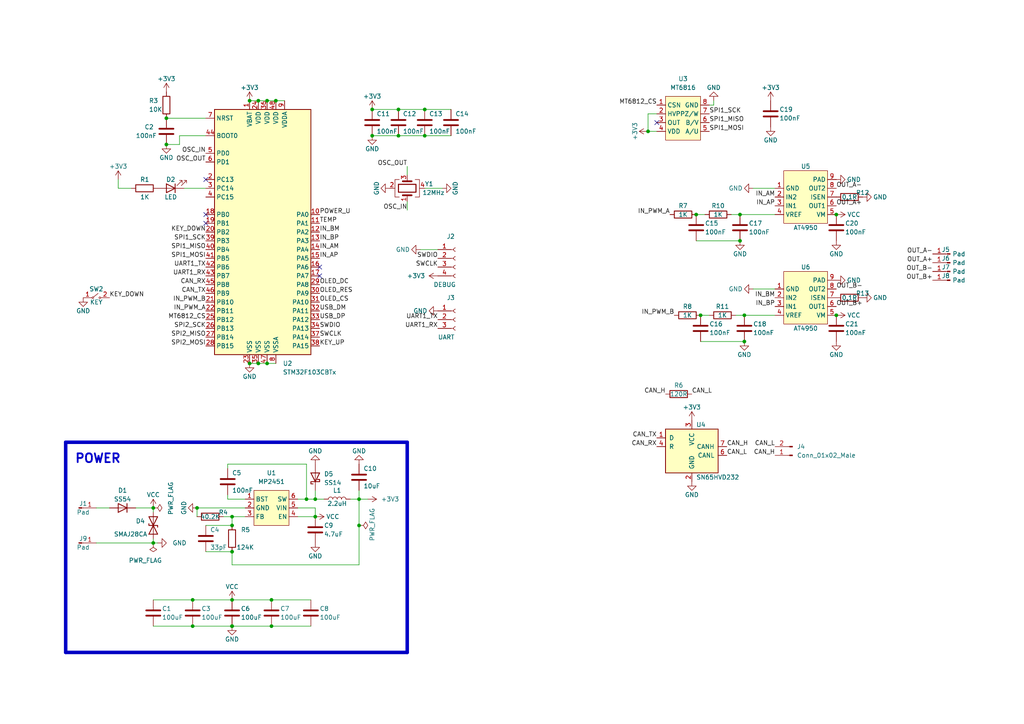
<source format=kicad_sch>
(kicad_sch (version 20230121) (generator eeschema)
  (paper "A4")
  (lib_symbols
    (symbol "Connector:Conn_01x01_Pin" (pin_names (offset 1.016) hide)
      (property "Reference" "J" (at 0 2.54 0))
      (property "Value" "Conn_01x01_Pin" (at 0 -2.54 0))
      (symbol "Conn_01x01_Pin_1_1"
        (polyline (pts (xy 1.27 0) (xy 0.8636 0)) (stroke (width 0.1524)))
        (rectangle (start 0.8636 0.127) (end 0 -0.127) (stroke (width 0.1524)) (fill (type outline)))
        (pin passive line (at 5.08 0 180) (length 3.81) (name "Pin_1") (number "1"))
      )
    )
    (symbol "Connector:Conn_01x02_Male" (pin_names (offset 1.016) hide)
      (property "Reference" "J" (at 0 2.54 0))
      (property "Value" "Conn_01x02_Male" (at 0 -5.08 0))
      (symbol "Conn_01x02_Male_1_1"
        (polyline (pts (xy 1.27 -2.54) (xy 0.8636 -2.54)) (stroke (width 0.1524)))
        (polyline (pts (xy 1.27 0) (xy 0.8636 0)) (stroke (width 0.1524)))
        (rectangle (start 0.8636 -2.413) (end 0 -2.667) (stroke (width 0.1524)) (fill (type outline)))
        (rectangle (start 0.8636 0.127) (end 0 -0.127) (stroke (width 0.1524)) (fill (type outline)))
        (pin passive line (at 5.08 0 180) (length 3.81) (name "Pin_1") (number "1"))
        (pin passive line (at 5.08 -2.54 180) (length 3.81) (name "Pin_2") (number "2"))
      )
    )
    (symbol "Connector:Conn_01x03_Female" (pin_names (offset 1.016) hide)
      (property "Reference" "J" (at 0 5.08 0))
      (property "Value" "Conn_01x03_Female" (at 0 -5.08 0))
      (symbol "Conn_01x03_Female_1_1"
        (arc (start 0 -2.032) (mid -0.5058 -2.54) (end 0 -3.048) (stroke (width 0.1524)))
        (polyline (pts (xy -1.27 -2.54) (xy -0.508 -2.54)) (stroke (width 0.1524)))
        (polyline (pts (xy -1.27 0) (xy -0.508 0)) (stroke (width 0.1524)))
        (polyline (pts (xy -1.27 2.54) (xy -0.508 2.54)) (stroke (width 0.1524)))
        (arc (start 0 0.508) (mid -0.5058 0) (end 0 -0.508) (stroke (width 0.1524)))
        (arc (start 0 3.048) (mid -0.5058 2.54) (end 0 2.032) (stroke (width 0.1524)))
        (pin passive line (at -5.08 2.54 0) (length 3.81) (name "Pin_1") (number "1"))
        (pin passive line (at -5.08 0 0) (length 3.81) (name "Pin_2") (number "2"))
        (pin passive line (at -5.08 -2.54 0) (length 3.81) (name "Pin_3") (number "3"))
      )
    )
    (symbol "Connector:Conn_01x04_Female" (pin_names (offset 1.016) hide)
      (property "Reference" "J" (at 0 5.08 0))
      (property "Value" "Conn_01x04_Female" (at 0 -7.62 0))
      (symbol "Conn_01x04_Female_1_1"
        (arc (start 0 -4.572) (mid -0.5058 -5.08) (end 0 -5.588) (stroke (width 0.1524)))
        (arc (start 0 -2.032) (mid -0.5058 -2.54) (end 0 -3.048) (stroke (width 0.1524)))
        (polyline (pts (xy -1.27 -5.08) (xy -0.508 -5.08)) (stroke (width 0.1524)))
        (polyline (pts (xy -1.27 -2.54) (xy -0.508 -2.54)) (stroke (width 0.1524)))
        (polyline (pts (xy -1.27 0) (xy -0.508 0)) (stroke (width 0.1524)))
        (polyline (pts (xy -1.27 2.54) (xy -0.508 2.54)) (stroke (width 0.1524)))
        (arc (start 0 0.508) (mid -0.5058 0) (end 0 -0.508) (stroke (width 0.1524)))
        (arc (start 0 3.048) (mid -0.5058 2.54) (end 0 2.032) (stroke (width 0.1524)))
        (pin passive line (at -5.08 2.54 0) (length 3.81) (name "Pin_1") (number "1"))
        (pin passive line (at -5.08 0 0) (length 3.81) (name "Pin_2") (number "2"))
        (pin passive line (at -5.08 -2.54 0) (length 3.81) (name "Pin_3") (number "3"))
        (pin passive line (at -5.08 -5.08 0) (length 3.81) (name "Pin_4") (number "4"))
      )
    )
    (symbol "Del_Schlib:AT4950"
      (property "Reference" "U" (at 0 1.27 0))
      (property "Value" "AT4950" (at 8.89 1.27 0))
      (symbol "AT4950_0_1"
        (rectangle (start 0 0) (end 12.7 -15.24) (fill (type background)))
      )
      (symbol "AT4950_1_1"
        (pin power_in line (at -2.54 -5.08 0) (length 2.54) (name "GND") (number "1"))
        (pin input line (at -2.54 -7.62 0) (length 2.54) (name "IN2") (number "2"))
        (pin input line (at -2.54 -10.16 0) (length 2.54) (name "IN1") (number "3"))
        (pin input line (at -2.54 -12.7 0) (length 2.54) (name "VREF") (number "4"))
        (pin power_in line (at 15.24 -12.7 180) (length 2.54) (name "VM") (number "5"))
        (pin output line (at 15.24 -10.16 180) (length 2.54) (name "OUT1") (number "6"))
        (pin output line (at 15.24 -7.62 180) (length 2.54) (name "ISEN") (number "7"))
        (pin output line (at 15.24 -5.08 180) (length 2.54) (name "OUT2") (number "8"))
        (pin power_in line (at 15.24 -2.54 180) (length 2.54) (name "PAD") (number "9"))
      )
    )
    (symbol "Del_Schlib:KEY" (pin_names hide)
      (property "Reference" "SW" (at -1.27 1.27 0))
      (property "Value" "KEY" (at 3.81 1.27 0))
      (symbol "KEY_0_1"
        (polyline (pts (xy 0.508 0.254) (xy 1.778 1.27)))
        (circle (center 0.254 0) (radius 0.254))
        (circle (center 2.286 0) (radius 0.254))
      )
      (symbol "KEY_1_1"
        (pin passive line (at -2.54 0 0) (length 2.54) (name "A") (number "1"))
        (pin passive line (at 5.08 0 180) (length 2.54) (name "B") (number "2"))
      )
    )
    (symbol "Del_Schlib:MP2451"
      (property "Reference" "U" (at 0 1.27 0))
      (property "Value" "MP2451" (at 6.35 1.27 0))
      (symbol "MP2451_0_1"
        (rectangle (start 0 0) (end 10.16 -10.16) (fill (type background)))
      )
      (symbol "MP2451_1_1"
        (pin bidirectional line (at -2.54 -2.54 0) (length 2.54) (name "BST") (number "1"))
        (pin power_in line (at -2.54 -5.08 0) (length 2.54) (name "GND") (number "2"))
        (pin bidirectional line (at -2.54 -7.62 0) (length 2.54) (name "FB") (number "3"))
        (pin bidirectional line (at 12.7 -7.62 180) (length 2.54) (name "EN") (number "4"))
        (pin power_in line (at 12.7 -5.08 180) (length 2.54) (name "VIN") (number "5"))
        (pin bidirectional line (at 12.7 -2.54 180) (length 2.54) (name "SW") (number "6"))
      )
    )
    (symbol "Del_Schlib:MT6816"
      (property "Reference" "U" (at 0 1.27 0))
      (property "Value" "MT6816" (at 7.62 1.27 0))
      (symbol "MT6816_0_1"
        (rectangle (start 0 0) (end 10.16 -12.7) (fill (type background)))
      )
      (symbol "MT6816_1_1"
        (pin input line (at -2.54 -2.54 0) (length 2.54) (name "CSN") (number "1"))
        (pin power_in line (at -2.54 -5.08 0) (length 2.54) (name "HVPP") (number "2"))
        (pin output line (at -2.54 -7.62 0) (length 2.54) (name "OUT") (number "3"))
        (pin power_in line (at -2.54 -10.16 0) (length 2.54) (name "VDD") (number "4"))
        (pin bidirectional line (at 12.7 -10.16 180) (length 2.54) (name "A/U") (number "5"))
        (pin bidirectional line (at 12.7 -7.62 180) (length 2.54) (name "B/V") (number "6"))
        (pin bidirectional line (at 12.7 -5.08 180) (length 2.54) (name "Z/W") (number "7"))
        (pin power_in line (at 12.7 -2.54 180) (length 2.54) (name "GND") (number "8"))
      )
    )
    (symbol "Device:C" (pin_numbers hide) (pin_names (offset 0.254))
      (property "Reference" "C" (at 0.635 2.54 0))
      (property "Value" "C" (at 0.635 -2.54 0))
      (symbol "C_0_1"
        (polyline (pts (xy -2.032 -0.762) (xy 2.032 -0.762)) (stroke (width 0.508)))
        (polyline (pts (xy -2.032 0.762) (xy 2.032 0.762)) (stroke (width 0.508)))
      )
      (symbol "C_1_1"
        (pin passive line (at 0 3.81 270) (length 2.794) (name "~") (number "1"))
        (pin passive line (at 0 -3.81 90) (length 2.794) (name "~") (number "2"))
      )
    )
    (symbol "Device:Crystal_GND24" (pin_names (offset 1.016) hide)
      (property "Reference" "Y" (at 3.175 5.08 0))
      (property "Value" "Crystal_GND24" (at 3.175 3.175 0))
      (symbol "Crystal_GND24_0_1"
        (rectangle (start -1.143 2.54) (end 1.143 -2.54) (stroke (width 0.3048)))
        (polyline (pts (xy -2.54 0) (xy -2.032 0)))
        (polyline (pts (xy -2.032 -1.27) (xy -2.032 1.27)) (stroke (width 0.508)))
        (polyline (pts (xy 0 -3.81) (xy 0 -3.556)))
        (polyline (pts (xy 0 3.556) (xy 0 3.81)))
        (polyline (pts (xy 2.032 -1.27) (xy 2.032 1.27)) (stroke (width 0.508)))
        (polyline (pts (xy 2.032 0) (xy 2.54 0)))
        (polyline (pts (xy -2.54 -2.286) (xy -2.54 -3.556) (xy 2.54 -3.556) (xy 2.54 -2.286)))
        (polyline (pts (xy -2.54 2.286) (xy -2.54 3.556) (xy 2.54 3.556) (xy 2.54 2.286)))
      )
      (symbol "Crystal_GND24_1_1"
        (pin passive line (at -3.81 0 0) (length 1.27) (name "1") (number "1"))
        (pin passive line (at 0 5.08 270) (length 1.27) (name "2") (number "2"))
        (pin passive line (at 3.81 0 180) (length 1.27) (name "3") (number "3"))
        (pin passive line (at 0 -5.08 90) (length 1.27) (name "4") (number "4"))
      )
    )
    (symbol "Device:D" (pin_numbers hide) (pin_names (offset 1.016) hide)
      (property "Reference" "D" (at 0 2.54 0))
      (property "Value" "D" (at 0 -2.54 0))
      (symbol "D_0_1"
        (polyline (pts (xy -1.27 1.27) (xy -1.27 -1.27)) (stroke (width 0.254)))
        (polyline (pts (xy 1.27 0) (xy -1.27 0)))
        (polyline (pts (xy 1.27 1.27) (xy 1.27 -1.27) (xy -1.27 0) (xy 1.27 1.27)) (stroke (width 0.254)))
      )
      (symbol "D_1_1"
        (pin passive line (at -3.81 0 0) (length 2.54) (name "K") (number "1"))
        (pin passive line (at 3.81 0 180) (length 2.54) (name "A") (number "2"))
      )
    )
    (symbol "Device:D_Schottky" (pin_numbers hide) (pin_names (offset 1.016) hide)
      (property "Reference" "D" (at 0 2.54 0))
      (property "Value" "D_Schottky" (at 0 -2.54 0))
      (symbol "D_Schottky_0_1"
        (polyline (pts (xy 1.27 0) (xy -1.27 0)))
        (polyline (pts (xy 1.27 1.27) (xy 1.27 -1.27) (xy -1.27 0) (xy 1.27 1.27)) (stroke (width 0.254)))
        (polyline (pts (xy -1.905 0.635) (xy -1.905 1.27) (xy -1.27 1.27) (xy -1.27 -1.27) (xy -0.635 -1.27) (xy -0.635 -0.635)) (stroke (width 0.254)))
      )
      (symbol "D_Schottky_1_1"
        (pin passive line (at -3.81 0 0) (length 2.54) (name "K") (number "1"))
        (pin passive line (at 3.81 0 180) (length 2.54) (name "A") (number "2"))
      )
    )
    (symbol "Device:D_TVS" (pin_numbers hide) (pin_names (offset 1.016) hide)
      (property "Reference" "D" (at 0 2.54 0))
      (property "Value" "D_TVS" (at 0 -2.54 0))
      (symbol "D_TVS_0_1"
        (polyline (pts (xy 1.27 0) (xy -1.27 0)))
        (polyline (pts (xy 0.508 1.27) (xy 0 1.27) (xy 0 -1.27) (xy -0.508 -1.27)) (stroke (width 0.254)))
        (polyline (pts (xy -2.54 1.27) (xy -2.54 -1.27) (xy 2.54 1.27) (xy 2.54 -1.27) (xy -2.54 1.27)) (stroke (width 0.254)))
      )
      (symbol "D_TVS_1_1"
        (pin passive line (at -3.81 0 0) (length 2.54) (name "A1") (number "1"))
        (pin passive line (at 3.81 0 180) (length 2.54) (name "A2") (number "2"))
      )
    )
    (symbol "Device:L" (pin_numbers hide) (pin_names (offset 1.016) hide)
      (property "Reference" "L" (at -1.27 0 90))
      (property "Value" "L" (at 1.905 0 90))
      (symbol "L_0_1"
        (arc (start 0 -2.54) (mid 0.6323 -1.905) (end 0 -1.27))
        (arc (start 0 -1.27) (mid 0.6323 -0.635) (end 0 0))
        (arc (start 0 0) (mid 0.6323 0.635) (end 0 1.27))
        (arc (start 0 1.27) (mid 0.6323 1.905) (end 0 2.54))
      )
      (symbol "L_1_1"
        (pin passive line (at 0 3.81 270) (length 1.27) (name "1") (number "1"))
        (pin passive line (at 0 -3.81 90) (length 1.27) (name "2") (number "2"))
      )
    )
    (symbol "Device:LED" (pin_numbers hide) (pin_names (offset 1.016) hide)
      (property "Reference" "D" (at 0 2.54 0))
      (property "Value" "LED" (at 0 -2.54 0))
      (symbol "LED_0_1"
        (polyline (pts (xy -1.27 -1.27) (xy -1.27 1.27)) (stroke (width 0.254)))
        (polyline (pts (xy -1.27 0) (xy 1.27 0)))
        (polyline (pts (xy 1.27 -1.27) (xy 1.27 1.27) (xy -1.27 0) (xy 1.27 -1.27)) (stroke (width 0.254)))
        (polyline (pts (xy -3.048 -0.762) (xy -4.572 -2.286) (xy -3.81 -2.286) (xy -4.572 -2.286) (xy -4.572 -1.524)))
        (polyline (pts (xy -1.778 -0.762) (xy -3.302 -2.286) (xy -2.54 -2.286) (xy -3.302 -2.286) (xy -3.302 -1.524)))
      )
      (symbol "LED_1_1"
        (pin passive line (at -3.81 0 0) (length 2.54) (name "K") (number "1"))
        (pin passive line (at 3.81 0 180) (length 2.54) (name "A") (number "2"))
      )
    )
    (symbol "Device:R" (pin_numbers hide) (pin_names (offset 0))
      (property "Reference" "R" (at 2.032 0 90))
      (property "Value" "R" (at 0 0 90))
      (symbol "R_0_1"
        (rectangle (start -1.016 -2.54) (end 1.016 2.54) (stroke (width 0.254)))
      )
      (symbol "R_1_1"
        (pin passive line (at 0 3.81 270) (length 1.27) (name "~") (number "1"))
        (pin passive line (at 0 -3.81 90) (length 1.27) (name "~") (number "2"))
      )
    )
    (symbol "Interface_CAN_LIN:SN65HVD232" (pin_names (offset 1.016))
      (property "Reference" "U" (at -2.54 10.16 0))
      (property "Value" "SN65HVD232" (at -2.54 7.62 0))
      (symbol "SN65HVD232_0_1"
        (rectangle (start -7.62 5.08) (end 7.62 -7.62) (stroke (width 0.254)) (fill (type background)))
      )
      (symbol "SN65HVD232_1_1"
        (pin input line (at -10.16 2.54 0) (length 2.54) (name "D") (number "1"))
        (pin power_in line (at 0 -10.16 90) (length 2.54) (name "GND") (number "2"))
        (pin power_in line (at 0 7.62 270) (length 2.54) (name "VCC") (number "3"))
        (pin output line (at -10.16 0 0) (length 2.54) (name "R") (number "4"))
        (pin no_connect line (at -10.16 -2.54 0) (length 2.54) hide (name "NC") (number "5"))
        (pin bidirectional line (at 10.16 -2.54 180) (length 2.54) (name "CANL") (number "6"))
        (pin bidirectional line (at 10.16 0 180) (length 2.54) (name "CANH") (number "7"))
        (pin no_connect line (at -10.16 -5.08 0) (length 2.54) hide (name "NC") (number "8"))
      )
    )
    (symbol "MCU_ST_STM32F1:STM32F103CBTx"
      (property "Reference" "U" (at -15.24 36.83 0))
      (property "Value" "STM32F103CBTx" (at 7.62 36.83 0))
      (symbol "STM32F103CBTx_0_1"
        (rectangle (start -15.24 -35.56) (end 12.7 35.56) (stroke (width 0.254)) (fill (type background)))
      )
      (symbol "STM32F103CBTx_1_1"
        (pin power_in line (at -5.08 38.1 270) (length 2.54) (name "VBAT") (number "1"))
        (pin bidirectional line (at 15.24 5.08 180) (length 2.54) (name "PA0") (number "10"))
        (pin bidirectional line (at 15.24 2.54 180) (length 2.54) (name "PA1") (number "11"))
        (pin bidirectional line (at 15.24 0 180) (length 2.54) (name "PA2") (number "12"))
        (pin bidirectional line (at 15.24 -2.54 180) (length 2.54) (name "PA3") (number "13"))
        (pin bidirectional line (at 15.24 -5.08 180) (length 2.54) (name "PA4") (number "14"))
        (pin bidirectional line (at 15.24 -7.62 180) (length 2.54) (name "PA5") (number "15"))
        (pin bidirectional line (at 15.24 -10.16 180) (length 2.54) (name "PA6") (number "16"))
        (pin bidirectional line (at 15.24 -12.7 180) (length 2.54) (name "PA7") (number "17"))
        (pin bidirectional line (at -17.78 5.08 0) (length 2.54) (name "PB0") (number "18"))
        (pin bidirectional line (at -17.78 2.54 0) (length 2.54) (name "PB1") (number "19"))
        (pin bidirectional line (at -17.78 15.24 0) (length 2.54) (name "PC13") (number "2"))
        (pin bidirectional line (at -17.78 0 0) (length 2.54) (name "PB2") (number "20"))
        (pin bidirectional line (at -17.78 -20.32 0) (length 2.54) (name "PB10") (number "21"))
        (pin bidirectional line (at -17.78 -22.86 0) (length 2.54) (name "PB11") (number "22"))
        (pin power_in line (at -5.08 -38.1 90) (length 2.54) (name "VSS") (number "23"))
        (pin power_in line (at -2.54 38.1 270) (length 2.54) (name "VDD") (number "24"))
        (pin bidirectional line (at -17.78 -25.4 0) (length 2.54) (name "PB12") (number "25"))
        (pin bidirectional line (at -17.78 -27.94 0) (length 2.54) (name "PB13") (number "26"))
        (pin bidirectional line (at -17.78 -30.48 0) (length 2.54) (name "PB14") (number "27"))
        (pin bidirectional line (at -17.78 -33.02 0) (length 2.54) (name "PB15") (number "28"))
        (pin bidirectional line (at 15.24 -15.24 180) (length 2.54) (name "PA8") (number "29"))
        (pin bidirectional line (at -17.78 12.7 0) (length 2.54) (name "PC14") (number "3"))
        (pin bidirectional line (at 15.24 -17.78 180) (length 2.54) (name "PA9") (number "30"))
        (pin bidirectional line (at 15.24 -20.32 180) (length 2.54) (name "PA10") (number "31"))
        (pin bidirectional line (at 15.24 -22.86 180) (length 2.54) (name "PA11") (number "32"))
        (pin bidirectional line (at 15.24 -25.4 180) (length 2.54) (name "PA12") (number "33"))
        (pin bidirectional line (at 15.24 -27.94 180) (length 2.54) (name "PA13") (number "34"))
        (pin power_in line (at -2.54 -38.1 90) (length 2.54) (name "VSS") (number "35"))
        (pin power_in line (at 0 38.1 270) (length 2.54) (name "VDD") (number "36"))
        (pin bidirectional line (at 15.24 -30.48 180) (length 2.54) (name "PA14") (number "37"))
        (pin bidirectional line (at 15.24 -33.02 180) (length 2.54) (name "PA15") (number "38"))
        (pin bidirectional line (at -17.78 -2.54 0) (length 2.54) (name "PB3") (number "39"))
        (pin bidirectional line (at -17.78 10.16 0) (length 2.54) (name "PC15") (number "4"))
        (pin bidirectional line (at -17.78 -5.08 0) (length 2.54) (name "PB4") (number "40"))
        (pin bidirectional line (at -17.78 -7.62 0) (length 2.54) (name "PB5") (number "41"))
        (pin bidirectional line (at -17.78 -10.16 0) (length 2.54) (name "PB6") (number "42"))
        (pin bidirectional line (at -17.78 -12.7 0) (length 2.54) (name "PB7") (number "43"))
        (pin input line (at -17.78 27.94 0) (length 2.54) (name "BOOT0") (number "44"))
        (pin bidirectional line (at -17.78 -15.24 0) (length 2.54) (name "PB8") (number "45"))
        (pin bidirectional line (at -17.78 -17.78 0) (length 2.54) (name "PB9") (number "46"))
        (pin power_in line (at 0 -38.1 90) (length 2.54) (name "VSS") (number "47"))
        (pin power_in line (at 2.54 38.1 270) (length 2.54) (name "VDD") (number "48"))
        (pin input line (at -17.78 22.86 0) (length 2.54) (name "PD0") (number "5"))
        (pin input line (at -17.78 20.32 0) (length 2.54) (name "PD1") (number "6"))
        (pin input line (at -17.78 33.02 0) (length 2.54) (name "NRST") (number "7"))
        (pin power_in line (at 2.54 -38.1 90) (length 2.54) (name "VSSA") (number "8"))
        (pin power_in line (at 5.08 38.1 270) (length 2.54) (name "VDDA") (number "9"))
      )
    )
    (symbol "power:+3.3V" (power) (pin_names (offset 0))
      (property "Value" "+3.3V" (at 0 3.556 0))
      (symbol "+3.3V_0_1"
        (polyline (pts (xy -0.762 1.27) (xy 0 2.54)))
        (polyline (pts (xy 0 0) (xy 0 2.54)))
        (polyline (pts (xy 0 2.54) (xy 0.762 1.27)))
      )
      (symbol "+3.3V_1_1"
        (pin power_in line (at 0 0 90) (length 0) hide (name "+3V3") (number "1"))
      )
    )
    (symbol "power:GND" (power) (pin_names (offset 0))
      (property "Value" "GND" (at 0 -3.81 0))
      (symbol "GND_0_1"
        (polyline (pts (xy 0 0) (xy 0 -1.27) (xy 1.27 -1.27) (xy 0 -2.54) (xy -1.27 -1.27) (xy 0 -1.27)))
      )
      (symbol "GND_1_1"
        (pin power_in line (at 0 0 270) (length 0) hide (name "GND") (number "1"))
      )
    )
    (symbol "power:PWR_FLAG" (power) (pin_numbers hide) (pin_names (offset 0) hide)
      (property "Value" "PWR_FLAG" (at 0 3.81 0))
      (symbol "PWR_FLAG_0_0"
        (pin power_out line (at 0 0 90) (length 0) (name "pwr") (number "1"))
      )
      (symbol "PWR_FLAG_0_1"
        (polyline (pts (xy 0 0) (xy 0 1.27) (xy -1.016 1.905) (xy 0 2.54) (xy 1.016 1.905) (xy 0 1.27)))
      )
    )
    (symbol "power:VCC" (power) (pin_names (offset 0))
      (property "Value" "VCC" (at 0 3.81 0))
      (symbol "VCC_0_1"
        (polyline (pts (xy -0.762 1.27) (xy 0 2.54)))
        (polyline (pts (xy 0 0) (xy 0 2.54)))
        (polyline (pts (xy 0 2.54) (xy 0.762 1.27)))
      )
      (symbol "VCC_1_1"
        (pin power_in line (at 0 0 90) (length 0) hide (name "VCC") (number "1"))
      )
    )
  )
  (junction (at 55.88 173.99))
  (junction (at 78.74 173.99))
  (junction (at 44.45 157.48))
  (junction (at 44.45 147.32))
  (junction (at 201.93 62.23))
  (junction (at 67.2931 181.61))
  (junction (at 74.93 29.21))
  (junction (at 67.31 173.99))
  (junction (at 67.31 149.86))
  (junction (at 242.57 62.23))
  (junction (at 67.31 152.4))
  (junction (at 104.14 144.78))
  (junction (at 78.74 181.61))
  (junction (at 214.63 62.23))
  (junction (at 55.88 181.61))
  (junction (at 214.63 69.85))
  (junction (at 187.96 38.1))
  (junction (at 115.57 31.75))
  (junction (at 72.39 29.21))
  (junction (at 91.44 144.78))
  (junction (at 77.47 105.41))
  (junction (at 77.47 29.21))
  (junction (at 67.31 181.61))
  (junction (at 48.26 41.91))
  (junction (at 57.15 147.32))
  (junction (at 107.95 39.37))
  (junction (at 104.14 152.4))
  (junction (at 123.19 39.37))
  (junction (at 80.01 29.21))
  (junction (at 74.93 105.41))
  (junction (at 67.31 160.02))
  (junction (at 203.2 91.44))
  (junction (at 72.39 105.41))
  (junction (at 88.9 144.78))
  (junction (at 215.9 99.06))
  (junction (at 91.44 149.86))
  (junction (at 115.57 39.37))
  (junction (at 48.26 34.29))
  (junction (at 107.95 31.75))
  (junction (at 215.9 91.44))
  (junction (at 242.57 91.44))
  (junction (at 123.19 31.75))
  (no_connect (at 59.69 62.23))
  (no_connect (at 59.69 64.77))
  (no_connect (at 92.71 77.47))
  (no_connect (at 59.69 52.07))
  (no_connect (at 92.71 80.01))
  (no_connect (at 190.5 35.56))
  (wire (pts (xy 44.45 181.61) (xy 55.88 181.61)))
  (wire (pts (xy 67.31 163.83) (xy 104.14 163.83)))
  (wire (pts (xy 77.47 105.41) (xy 80.01 105.41)))
  (wire (pts (xy 115.57 31.75) (xy 123.19 31.75)))
  (wire (pts (xy 57.15 147.32) (xy 57.15 149.86)))
  (wire (pts (xy 44.45 148.59) (xy 44.45 147.32)))
  (wire (pts (xy 55.88 181.61) (xy 67.2931 181.61)))
  (wire (pts (xy 104.14 142.24) (xy 104.14 144.78)))
  (wire (pts (xy 101.6 144.78) (xy 104.14 144.78)))
  (wire (pts (xy 104.14 163.83) (xy 104.14 152.4)))
  (wire (pts (xy 27.94 157.48) (xy 44.45 157.48)))
  (wire (pts (xy 123.19 54.61) (xy 128.27 54.61)))
  (wire (pts (xy 66.04 135.89) (xy 66.04 134.62)))
  (wire (pts (xy 67.31 173.99) (xy 78.74 173.99)))
  (polyline (pts (xy 19.05 128.27) (xy 118.11 128.27)) (stroke (width 1.016) (type solid)))
  (wire (pts (xy 207.01 30.48) (xy 207.01 29.21)))
  (wire (pts (xy 27.94 147.32) (xy 31.75 147.32)))
  (wire (pts (xy 205.74 30.48) (xy 207.01 30.48)))
  (wire (pts (xy 72.39 29.21) (xy 74.93 29.21)))
  (wire (pts (xy 187.96 33.02) (xy 187.96 38.1)))
  (wire (pts (xy 104.14 152.4) (xy 104.14 144.78)))
  (wire (pts (xy 215.9 91.44) (xy 224.79 91.44)))
  (wire (pts (xy 78.74 181.61) (xy 90.17 181.61)))
  (wire (pts (xy 201.93 62.23) (xy 204.47 62.23)))
  (wire (pts (xy 118.11 58.42) (xy 118.11 60.96)))
  (wire (pts (xy 107.95 39.37) (xy 115.57 39.37)))
  (wire (pts (xy 121.92 72.39) (xy 127 72.39)))
  (wire (pts (xy 115.57 39.37) (xy 123.19 39.37)))
  (wire (pts (xy 203.2 91.44) (xy 205.74 91.44)))
  (wire (pts (xy 203.2 99.06) (xy 215.9 99.06)))
  (wire (pts (xy 67.2931 181.61) (xy 67.31 181.61)))
  (wire (pts (xy 71.12 144.78) (xy 66.04 144.78)))
  (wire (pts (xy 66.04 134.62) (xy 88.9 134.62)))
  (wire (pts (xy 91.44 147.32) (xy 91.44 149.86)))
  (wire (pts (xy 59.69 160.02) (xy 67.31 160.02)))
  (wire (pts (xy 107.95 31.75) (xy 115.57 31.75)))
  (wire (pts (xy 72.39 105.41) (xy 74.93 105.41)))
  (wire (pts (xy 55.88 173.99) (xy 67.31 173.99)))
  (wire (pts (xy 67.31 149.86) (xy 67.31 152.4)))
  (wire (pts (xy 44.45 157.48) (xy 44.45 156.21)))
  (wire (pts (xy 218.44 83.82) (xy 224.79 83.82)))
  (wire (pts (xy 214.63 62.23) (xy 224.79 62.23)))
  (wire (pts (xy 34.29 54.61) (xy 34.29 52.07)))
  (wire (pts (xy 52.07 39.37) (xy 59.69 39.37)))
  (wire (pts (xy 86.36 144.78) (xy 88.9 144.78)))
  (wire (pts (xy 213.36 91.44) (xy 215.9 91.44)))
  (wire (pts (xy 212.09 62.23) (xy 214.63 62.23)))
  (wire (pts (xy 91.44 144.78) (xy 93.98 144.78)))
  (wire (pts (xy 59.69 152.4) (xy 67.31 152.4)))
  (wire (pts (xy 53.34 54.61) (xy 59.69 54.61)))
  (wire (pts (xy 48.26 41.91) (xy 52.07 41.91)))
  (wire (pts (xy 57.15 147.32) (xy 71.12 147.32)))
  (wire (pts (xy 104.14 144.78) (xy 106.68 144.78)))
  (wire (pts (xy 86.36 147.32) (xy 91.44 147.32)))
  (wire (pts (xy 123.19 39.37) (xy 130.81 39.37)))
  (wire (pts (xy 201.93 69.85) (xy 214.63 69.85)))
  (polyline (pts (xy 19.05 128.27) (xy 19.05 189.23)) (stroke (width 1.016) (type solid)))
  (wire (pts (xy 66.04 144.78) (xy 66.04 143.51)))
  (wire (pts (xy 88.9 134.62) (xy 88.9 144.78)))
  (wire (pts (xy 187.96 38.1) (xy 190.5 38.1)))
  (wire (pts (xy 123.19 31.75) (xy 130.81 31.75)))
  (wire (pts (xy 67.31 160.02) (xy 67.31 163.83)))
  (wire (pts (xy 86.36 149.86) (xy 91.44 149.86)))
  (wire (pts (xy 190.5 33.02) (xy 187.96 33.02)))
  (wire (pts (xy 88.9 144.78) (xy 91.44 144.78)))
  (wire (pts (xy 44.45 173.99) (xy 55.88 173.99)))
  (wire (pts (xy 38.1 54.61) (xy 34.29 54.61)))
  (wire (pts (xy 74.93 105.41) (xy 77.47 105.41)))
  (wire (pts (xy 74.93 29.21) (xy 77.47 29.21)))
  (wire (pts (xy 52.07 41.91) (xy 52.07 39.37)))
  (wire (pts (xy 77.47 29.21) (xy 80.01 29.21)))
  (wire (pts (xy 80.01 29.21) (xy 82.55 29.21)))
  (wire (pts (xy 39.37 147.32) (xy 44.45 147.32)))
  (wire (pts (xy 78.74 173.99) (xy 90.17 173.99)))
  (wire (pts (xy 48.26 34.29) (xy 59.69 34.29)))
  (wire (pts (xy 91.44 142.24) (xy 91.44 144.78)))
  (wire (pts (xy 64.77 149.86) (xy 67.31 149.86)))
  (wire (pts (xy 67.31 149.86) (xy 71.12 149.86)))
  (wire (pts (xy 218.44 54.61) (xy 224.79 54.61)))
  (polyline (pts (xy 118.11 189.23) (xy 118.11 128.27)) (stroke (width 1.016) (type solid)))
  (wire (pts (xy 118.11 48.26) (xy 118.11 50.8)))
  (wire (pts (xy 67.31 181.61) (xy 78.74 181.61)))
  (polyline (pts (xy 19.05 189.23) (xy 118.11 189.23)) (stroke (width 1.016) (type solid)))
  (wire (pts (xy 45.72 157.48) (xy 44.45 157.48)))
  (text "POWER" (at 21.59 134.62 0) (effects (font (size 2.54 2.54) bold) (justify left bottom)))
  (label "CAN_L" (at 200.66 114.3 0))
  (label "IN_AM" (at 92.71 72.39 0))
  (label "IN_PWM_B" (at 59.69 87.63 180))
  (label "IN_BM" (at 224.79 86.36 180))
  (label "OUT_B-" (at 242.57 83.82 0))
  (label "CAN_H" (at 224.79 132.08 180))
  (label "CAN_H" (at 210.82 129.54 0))
  (label "SPI1_SCK" (at 59.69 69.85 180))
  (label "SWCLK" (at 92.71 97.79 0))
  (label "UART1_RX" (at 59.69 80.01 180))
  (label "SPI1_MISO" (at 205.74 35.56 0))
  (label "SPI2_MISO" (at 59.69 97.79 180))
  (label "UART1_TX" (at 127 92.71 180))
  (label "SPI2_SCK" (at 59.69 95.25 180))
  (label "OLED_CS" (at 92.71 87.63 0))
  (label "IN_AP" (at 92.71 74.93 0))
  (label "SPI2_MOSI" (at 59.69 100.33 180))
  (label "USB_DP" (at 92.71 92.71 0))
  (label "OLED_DC" (at 92.71 82.55 0))
  (label "SWDIO" (at 127 74.93 180))
  (label "OUT_B-" (at 270.51 78.74 180))
  (label "IN_AP" (at 224.79 59.69 180))
  (label "KEY_UP" (at 92.71 100.33 0))
  (label "OUT_A-" (at 270.51 73.66 180))
  (label "SPI1_MOSI" (at 59.69 74.93 180))
  (label "POWER_U" (at 92.71 62.23 0))
  (label "KEY_DOWN" (at 59.69 67.31 180))
  (label "IN_PWM_A" (at 59.69 90.17 180))
  (label "TEMP" (at 92.71 64.77 0))
  (label "IN_BM" (at 92.71 67.31 0))
  (label "CAN_L" (at 224.79 129.54 180))
  (label "OSC_OUT" (at 118.11 48.26 180))
  (label "CAN_L" (at 210.82 132.08 0))
  (label "IN_BP" (at 92.71 69.85 0))
  (label "OLED_RES" (at 92.71 85.09 0))
  (label "OUT_A+" (at 270.51 76.2 180))
  (label "KEY_DOWN" (at 31.75 86.36 0))
  (label "IN_PWM_B" (at 195.58 91.44 180))
  (label "CAN_RX" (at 59.69 82.55 180))
  (label "OUT_B+" (at 242.57 88.9 0))
  (label "CAN_RX" (at 190.5 129.54 180))
  (label "CAN_H" (at 193.04 114.3 180))
  (label "OUT_A+" (at 242.57 59.69 0))
  (label "OUT_B+" (at 270.51 81.28 180))
  (label "MT6812_CS" (at 59.69 92.71 180))
  (label "SWDIO" (at 92.71 95.25 0))
  (label "OSC_IN" (at 59.69 44.45 180))
  (label "OSC_OUT" (at 59.69 46.99 180))
  (label "SPI1_MISO" (at 59.69 72.39 180))
  (label "OUT_A-" (at 242.57 54.61 0))
  (label "UART1_RX" (at 127 95.25 180))
  (label "MT6812_CS" (at 190.5 30.48 180))
  (label "UART1_TX" (at 59.69 77.47 180))
  (label "USB_DM" (at 92.71 90.17 0))
  (label "OSC_IN" (at 118.11 60.96 180))
  (label "SPI1_SCK" (at 205.74 33.02 0))
  (label "SPI1_MOSI" (at 205.74 38.1 0))
  (label "CAN_TX" (at 59.69 85.09 180))
  (label "CAN_TX" (at 190.5 127 180))
  (label "SWCLK" (at 127 77.47 180))
  (label "IN_PWM_A" (at 194.31 62.23 180))
  (label "IN_BP" (at 224.79 88.9 180))
  (label "IN_AM" (at 224.79 57.15 180))
  (symbol (lib_id "power:+3.3V") (at 34.29 52.07 0) (unit 1)
    (property "Reference" "#PWR02" (effects hide))
    (property "Value" "+3.3V" (at 34.29 48.26 0))
  )
  (symbol (lib_id "Connector:Conn_01x01_Pin") (at 275.59 73.66 180) (unit 1)
    (property "Reference" "J5" (at 274.32 72.39 0))
    (property "Value" "Pad" (at 278.13 73.66 0))
  )
  (symbol (lib_id "power:+3.3V") (at 200.66 121.92 0) (unit 1)
    (property "Reference" "#PWR025" (effects hide))
    (property "Value" "+3.3V" (at 200.66 118.11 0))
  )
  (symbol (lib_id "Device:C") (at 214.63 66.04 0) (unit 1)
    (property "Reference" "C17" (at 217.17 64.77 0) (effects (justify left)))
    (property "Value" "100nF" (at 217.17 67.31 0) (effects (justify left)))
    (property "Footprint" "Capacitor_SMD:C_0603_1608Metric_Pad1.08x0.95mm_HandSolder" (effects hide))
  )
  (symbol (lib_id "power:GND") (at 207.01 29.21 180) (unit 1)
    (property "Reference" "#PWR027" (effects hide))
    (property "Value" "GND" (at 207.01 25.4 0))
  )
  (symbol (lib_id "Device:C") (at 123.19 35.56 0) (unit 1)
    (property "Reference" "C13" (at 124.46 33.02 0) (effects (justify left)))
    (property "Value" "100nF" (at 124.46 38.1 0) (effects (justify left)))
    (property "Footprint" "Capacitor_SMD:C_0603_1608Metric_Pad1.08x0.95mm_HandSolder" (effects hide))
  )
  (symbol (lib_id "power:GND") (at 250.19 86.36 90) (unit 1)
    (property "Reference" "#PWR041" (effects hide))
    (property "Value" "GND" (at 255.27 86.36 90))
  )
  (symbol (lib_id "Del_Schlib:MT6816") (at 193.04 27.94 0) (unit 1)
    (property "Reference" "U3" (at 198.12 22.86 0))
    (property "Value" "MT6816" (at 198.12 25.4 0))
    (property "Footprint" "ADel:SOP-8" (effects hide))
  )
  (symbol (lib_id "Device:C") (at 223.52 33.02 0) (unit 1)
    (property "Reference" "C19" (at 226.06 31.75 0) (effects (justify left)))
    (property "Value" "100nF" (at 226.06 34.29 0) (effects (justify left)))
    (property "Footprint" "Capacitor_SMD:C_0603_1608Metric_Pad1.08x0.95mm_HandSolder" (effects hide))
  )
  (symbol (lib_id "power:GND") (at 250.19 57.15 90) (unit 1)
    (property "Reference" "#PWR040" (effects hide))
    (property "Value" "GND" (at 255.27 57.15 90))
  )
  (symbol (lib_id "power:GND") (at 200.66 139.7 0) (unit 1)
    (property "Reference" "#PWR026" (effects hide))
    (property "Value" "GND" (at 200.66 143.51 0))
  )
  (symbol (lib_id "power:GND") (at 121.92 72.39 270) (unit 1)
    (property "Reference" "#PWR020" (effects hide))
    (property "Value" "GND" (at 116.84 72.39 90))
  )
  (symbol (lib_id "power:+3.3V") (at 72.39 29.21 0) (unit 1)
    (property "Reference" "#PWR010" (effects hide))
    (property "Value" "+3.3V" (at 72.39 25.4 0))
  )
  (symbol (lib_id "power:GND") (at 104.14 134.62 180) (unit 1)
    (property "Reference" "#PWR015" (effects hide))
    (property "Value" "GND" (at 104.14 130.81 0))
  )
  (symbol (lib_id "Del_Schlib:KEY") (at 26.67 86.36 0) (unit 1)
    (property "Reference" "SW2" (at 27.94 83.82 0))
    (property "Value" "KEY" (at 27.94 87.63 0))
    (property "Footprint" "ADel:SW_3x4" (effects hide))
  )
  (symbol (lib_id "power:GND") (at 128.27 54.61 90) (unit 1)
    (property "Reference" "#PWR023" (effects hide))
    (property "Value" "GND" (at 132.08 54.61 0))
  )
  (symbol (lib_id "power:GND") (at 218.44 83.82 270) (unit 1)
    (property "Reference" "#PWR031" (effects hide))
    (property "Value" "GND" (at 213.36 83.82 90))
  )
  (symbol (lib_id "Device:R") (at 48.26 30.48 0) (unit 1)
    (property "Reference" "R3" (at 43.18 29.21 0) (effects (justify left)))
    (property "Value" "10K" (at 43.18 31.75 0) (effects (justify left)))
    (property "Footprint" "Resistor_SMD:R_0603_1608Metric_Pad0.98x0.95mm_HandSolder" (effects hide))
  )
  (symbol (lib_id "power:VCC") (at 91.44 149.86 270) (unit 1)
    (property "Reference" "#PWR013" (effects hide))
    (property "Value" "VCC" (at 96.52 149.86 90))
  )
  (symbol (lib_id "Device:C") (at 44.45 177.8 0) (unit 1)
    (property "Reference" "C1" (at 46.99 176.53 0) (effects (justify left)))
    (property "Value" "100uF" (at 46.99 179.07 0) (effects (justify left)))
    (property "Footprint" "Capacitor_SMD:C_1210_3225Metric" (effects hide))
  )
  (symbol (lib_id "Device:R") (at 246.38 86.36 90) (unit 1)
    (property "Reference" "R13" (at 250.19 85.09 90))
    (property "Value" "0.1R" (at 246.38 86.36 90))
    (property "Footprint" "Resistor_SMD:R_1206_3216Metric" (effects hide))
  )
  (symbol (lib_id "Device:Crystal_GND24") (at 118.11 54.61 90) (unit 1)
    (property "Reference" "Y1" (at 124.46 53.34 90))
    (property "Value" "12MHz" (at 125.73 55.88 90))
    (property "Footprint" "Crystal:Crystal_SMD_3225-4Pin_3.2x2.5mm" (effects hide))
  )
  (symbol (lib_id "power:GND") (at 107.95 39.37 0) (unit 1)
    (property "Reference" "#PWR018" (effects hide))
    (property "Value" "GND" (at 107.95 43.18 0))
  )
  (symbol (lib_id "Device:C") (at 115.57 35.56 0) (unit 1)
    (property "Reference" "C12" (at 116.84 33.02 0) (effects (justify left)))
    (property "Value" "100nF" (at 116.84 38.1 0) (effects (justify left)))
    (property "Footprint" "Capacitor_SMD:C_0603_1608Metric_Pad1.08x0.95mm_HandSolder" (effects hide))
  )
  (symbol (lib_id "power:GND") (at 242.57 99.06 0) (unit 1)
    (property "Reference" "#PWR039" (effects hide))
    (property "Value" "GND" (at 242.57 102.87 0))
  )
  (symbol (lib_id "power:GND") (at 67.2931 181.61 0) (unit 1)
    (property "Reference" "#PWR08" (effects hide))
    (property "Value" "GND" (at 67.2931 185.42 0))
  )
  (symbol (lib_id "Device:R") (at 246.38 57.15 90) (unit 1)
    (property "Reference" "R12" (at 250.19 55.88 90))
    (property "Value" "0.1R" (at 246.38 57.15 90))
    (property "Footprint" "Resistor_SMD:R_1206_3216Metric" (effects hide))
  )
  (symbol (lib_id "Device:L") (at 97.79 144.78 90) (unit 1)
    (property "Reference" "L1" (at 97.79 142.24 90))
    (property "Value" "2.2uH" (at 97.79 146.05 90))
    (property "Footprint" "ADel:IND_CD32" (effects hide))
  )
  (symbol (lib_id "power:GND") (at 48.26 41.91 0) (unit 1)
    (property "Reference" "#PWR06" (effects hide))
    (property "Value" "GND" (at 48.26 45.72 0))
  )
  (symbol (lib_id "power:VCC") (at 44.45 147.32 0) (unit 1)
    (property "Reference" "#PWR03" (effects hide))
    (property "Value" "VCC" (at 44.45 143.51 0))
  )
  (symbol (lib_id "Device:D") (at 35.56 147.32 180) (unit 1)
    (property "Reference" "D1" (at 35.56 142.24 0))
    (property "Value" "SS54" (at 35.56 144.78 0))
    (property "Footprint" "Diode_SMD:D_SMA" (effects hide))
  )
  (symbol (lib_id "power:GND") (at 218.44 54.61 270) (unit 1)
    (property "Reference" "#PWR030" (effects hide))
    (property "Value" "GND" (at 213.36 54.61 90))
  )
  (symbol (lib_id "power:+3.3V") (at 223.52 29.21 0) (unit 1)
    (property "Reference" "#PWR032" (effects hide))
    (property "Value" "+3.3V" (at 223.52 25.4 0))
  )
  (symbol (lib_id "power:+3.3V") (at 107.95 31.75 0) (unit 1)
    (property "Reference" "#PWR017" (effects hide))
    (property "Value" "+3.3V" (at 107.95 27.94 0))
  )
  (symbol (lib_id "Device:C") (at 91.44 153.67 0) (unit 1)
    (property "Reference" "C9" (at 93.98 152.4 0) (effects (justify left)))
    (property "Value" "4.7uF" (at 93.98 154.94 0) (effects (justify left)))
    (property "Footprint" "Capacitor_SMD:C_0603_1608Metric_Pad1.08x0.95mm_HandSolder" (effects hide))
  )
  (symbol (lib_id "power:GND") (at 127 90.17 270) (unit 1)
    (property "Reference" "#PWR022" (effects hide))
    (property "Value" "GND" (at 121.92 90.17 90))
  )
  (symbol (lib_id "Device:C") (at 242.57 66.04 0) (unit 1)
    (property "Reference" "C20" (at 245.11 64.77 0) (effects (justify left)))
    (property "Value" "100nF" (at 245.11 67.31 0) (effects (justify left)))
    (property "Footprint" "Capacitor_SMD:C_0603_1608Metric_Pad1.08x0.95mm_HandSolder" (effects hide))
  )
  (symbol (lib_id "Device:C") (at 242.57 95.25 0) (unit 1)
    (property "Reference" "C21" (at 245.11 93.98 0) (effects (justify left)))
    (property "Value" "100nF" (at 245.11 96.52 0) (effects (justify left)))
    (property "Footprint" "Capacitor_SMD:C_0603_1608Metric_Pad1.08x0.95mm_HandSolder" (effects hide))
  )
  (symbol (lib_id "Connector:Conn_01x01_Pin") (at 275.59 81.28 180) (unit 1)
    (property "Reference" "J8" (at 274.32 80.01 0))
    (property "Value" "Pad" (at 278.13 81.28 0))
  )
  (symbol (lib_id "power:+3.3V") (at 48.26 26.67 0) (unit 1)
    (property "Reference" "#PWR05" (effects hide))
    (property "Value" "+3.3V" (at 48.26 22.86 0))
  )
  (symbol (lib_id "Device:R") (at 209.55 91.44 270) (unit 1)
    (property "Reference" "R11" (at 209.55 88.9 90))
    (property "Value" "1K" (at 209.55 91.44 90))
    (property "Footprint" "Resistor_SMD:R_0603_1608Metric_Pad0.98x0.95mm_HandSolder" (effects hide))
  )
  (symbol (lib_id "power:GND") (at 24.13 86.36 0) (unit 1)
    (property "Reference" "#PWR01" (effects hide))
    (property "Value" "GND" (at 24.13 90.17 0))
  )
  (symbol (lib_id "power:GND") (at 242.57 81.28 90) (unit 1)
    (property "Reference" "#PWR037" (effects hide))
    (property "Value" "GND" (at 247.65 81.28 90))
  )
  (symbol (lib_id "Connector:Conn_01x02_Male") (at 229.87 132.08 180) (unit 1)
    (property "Reference" "J4" (at 231.14 129.5399 0) (effects (justify right)))
    (property "Value" "Conn_01x02_Male" (at 231.14 132.0799 0) (effects (justify right)))
    (property "Footprint" "ADel:SH1.0_01x02P_WT" (effects hide))
  )
  (symbol (lib_id "Del_Schlib:AT4950") (at 227.33 78.74 0) (unit 1)
    (property "Reference" "U6" (at 233.68 77.47 0))
    (property "Value" "AT4950" (at 233.68 95.25 0))
    (property "Footprint" "ADel:ESOP8L" (effects hide))
  )
  (symbol (lib_id "Connector:Conn_01x01_Pin") (at 22.86 157.48 0) (unit 1)
    (property "Reference" "J9" (at 24.13 156.21 0))
    (property "Value" "Pad" (at 24.13 158.75 0))
  )
  (symbol (lib_id "Del_Schlib:MP2451") (at 73.66 142.24 0) (unit 1)
    (property "Reference" "U1" (at 78.74 137.16 0))
    (property "Value" "MP2451" (at 78.74 139.7 0))
    (property "Footprint" "Package_TO_SOT_SMD:SOT-23-6" (effects hide))
  )
  (symbol (lib_id "power:GND") (at 91.44 157.48 0) (unit 1)
    (property "Reference" "#PWR014" (effects hide))
    (property "Value" "GND" (at 91.44 161.29 0))
  )
  (symbol (lib_id "power:GND") (at 113.03 54.61 270) (unit 1)
    (property "Reference" "#PWR019" (effects hide))
    (property "Value" "GND" (at 109.22 54.61 0))
  )
  (symbol (lib_id "Device:C") (at 215.9 95.25 0) (unit 1)
    (property "Reference" "C18" (at 218.44 93.98 0) (effects (justify left)))
    (property "Value" "100nF" (at 218.44 96.52 0) (effects (justify left)))
    (property "Footprint" "Capacitor_SMD:C_0603_1608Metric_Pad1.08x0.95mm_HandSolder" (effects hide))
  )
  (symbol (lib_id "power:GND") (at 242.57 52.07 90) (unit 1)
    (property "Reference" "#PWR034" (effects hide))
    (property "Value" "GND" (at 247.65 52.07 90))
  )
  (symbol (lib_id "Device:R") (at 41.91 54.61 270) (unit 1)
    (property "Reference" "R1" (at 40.64 52.07 90) (effects (justify left)))
    (property "Value" "1K" (at 40.64 57.15 90) (effects (justify left)))
    (property "Footprint" "Resistor_SMD:R_0603_1608Metric_Pad0.98x0.95mm_HandSolder" (effects hide))
  )
  (symbol (lib_id "power:GND") (at 91.44 134.62 180) (unit 1)
    (property "Reference" "#PWR012" (effects hide))
    (property "Value" "GND" (at 91.44 130.81 0))
  )
  (symbol (lib_id "power:PWR_FLAG") (at 44.45 157.48 180) (unit 1)
    (property "Reference" "#FLG02" (effects hide))
    (property "Value" "PWR_FLAG" (at 46.99 162.56 0) (effects (justify left)))
  )
  (symbol (lib_id "Device:C") (at 203.2 95.25 0) (unit 1)
    (property "Reference" "C16" (at 205.74 93.98 0) (effects (justify left)))
    (property "Value" "100nF" (at 205.74 96.52 0) (effects (justify left)))
    (property "Footprint" "Capacitor_SMD:C_0603_1608Metric_Pad1.08x0.95mm_HandSolder" (effects hide))
  )
  (symbol (lib_id "power:GND") (at 72.39 105.41 0) (unit 1)
    (property "Reference" "#PWR011" (effects hide))
    (property "Value" "GND" (at 72.39 109.22 0))
  )
  (symbol (lib_id "power:PWR_FLAG") (at 44.45 147.32 270) (unit 1)
    (property "Reference" "#FLG01" (effects hide))
    (property "Value" "PWR_FLAG" (at 49.53 139.7 0) (effects (justify left)))
  )
  (symbol (lib_id "power:PWR_FLAG") (at 104.14 152.4 270) (unit 1)
    (property "Reference" "#FLG03" (effects hide))
    (property "Value" "PWR_FLAG" (at 107.95 147.32 0) (effects (justify left)))
  )
  (symbol (lib_id "Device:D_Schottky") (at 91.44 138.43 90) (unit 1)
    (property "Reference" "D5" (at 93.98 137.4774 90) (effects (justify right)))
    (property "Value" "SS14" (at 93.98 140.0174 90) (effects (justify right)))
    (property "Footprint" "Diode_SMD:D_SOD-323" (effects hide))
  )
  (symbol (lib_id "power:GND") (at 214.63 69.85 0) (unit 1)
    (property "Reference" "#PWR028" (effects hide))
    (property "Value" "GND" (at 214.63 73.66 0))
  )
  (symbol (lib_id "Connector:Conn_01x04_Female") (at 132.08 74.93 0) (unit 1)
    (property "Reference" "J2" (at 129.54 68.58 0) (effects (justify left)))
    (property "Value" "DEBUG" (at 125.73 82.55 0) (effects (justify left)))
    (property "Footprint" "Connector_JST:JST_SH_SM04B-SRSS-TB_1x04-1MP_P1.00mm_Horizontal" (effects hide))
  )
  (symbol (lib_id "power:GND") (at 57.15 147.32 270) (unit 1)
    (property "Reference" "#PWR07" (effects hide))
    (property "Value" "GND" (at 53.34 147.32 0))
  )
  (symbol (lib_id "power:+3.3V") (at 187.96 38.1 90) (unit 1)
    (property "Reference" "#PWR024" (effects hide))
    (property "Value" "+3.3V" (at 184.15 38.1 0))
  )
  (symbol (lib_id "Device:C") (at 55.88 177.8 0) (unit 1)
    (property "Reference" "C3" (at 58.42 176.53 0) (effects (justify left)))
    (property "Value" "100uF" (at 58.42 179.07 0) (effects (justify left)))
    (property "Footprint" "Capacitor_SMD:C_1210_3225Metric" (effects hide))
  )
  (symbol (lib_id "Device:R") (at 198.12 62.23 270) (unit 1)
    (property "Reference" "R7" (at 198.12 59.69 90))
    (property "Value" "1K" (at 198.12 62.23 90))
    (property "Footprint" "Resistor_SMD:R_0603_1608Metric_Pad0.98x0.95mm_HandSolder" (effects hide))
  )
  (symbol (lib_id "power:GND") (at 45.72 157.48 90) (unit 1)
    (property "Reference" "#PWR04" (effects hide))
    (property "Value" "GND" (at 52.07 157.48 90))
  )
  (symbol (lib_id "Device:C") (at 107.95 35.56 0) (unit 1)
    (property "Reference" "C11" (at 109.22 33.02 0) (effects (justify left)))
    (property "Value" "100nF" (at 109.22 38.1 0) (effects (justify left)))
    (property "Footprint" "Capacitor_SMD:C_0603_1608Metric_Pad1.08x0.95mm_HandSolder" (effects hide))
  )
  (symbol (lib_id "power:+3.3V") (at 106.68 144.78 270) (unit 1)
    (property "Reference" "#PWR016" (effects hide))
    (property "Value" "+3.3V" (at 110.49 144.7799 90) (effects (justify left)))
  )
  (symbol (lib_id "Connector:Conn_01x01_Pin") (at 275.59 76.2 180) (unit 1)
    (property "Reference" "J6" (at 274.32 74.93 0))
    (property "Value" "Pad" (at 278.13 76.2 0))
  )
  (symbol (lib_id "Device:R") (at 208.28 62.23 270) (unit 1)
    (property "Reference" "R10" (at 208.28 59.69 90))
    (property "Value" "1K" (at 208.28 62.23 90))
    (property "Footprint" "Resistor_SMD:R_0603_1608Metric_Pad0.98x0.95mm_HandSolder" (effects hide))
  )
  (symbol (lib_id "power:VCC") (at 242.57 91.44 270) (unit 1)
    (property "Reference" "#PWR038" (effects hide))
    (property "Value" "VCC" (at 247.65 91.44 90))
  )
  (symbol (lib_id "Device:LED") (at 49.53 54.61 180) (unit 1)
    (property "Reference" "D2" (at 49.53 52.07 0))
    (property "Value" "LED" (at 49.53 57.15 0))
    (property "Footprint" "LED_SMD:LED_0603_1608Metric_Pad1.05x0.95mm_HandSolder" (effects hide))
  )
  (symbol (lib_id "Device:C") (at 67.31 177.8 0) (unit 1)
    (property "Reference" "C6" (at 69.85 176.53 0) (effects (justify left)))
    (property "Value" "100uF" (at 69.85 179.07 0) (effects (justify left)))
    (property "Footprint" "Capacitor_SMD:C_1210_3225Metric" (effects hide))
  )
  (symbol (lib_id "MCU_ST_STM32F1:STM32F103CBTx") (at 77.47 67.31 0) (unit 1)
    (property "Reference" "U2" (at 82.0294 105.41 0) (effects (justify left)))
    (property "Value" "STM32F103CBTx" (at 82.0294 107.95 0) (effects (justify left)))
    (property "Footprint" "Package_QFP:LQFP-48_7x7mm_P0.5mm" (effects hide))
    (property "Datasheet" "http://www.st.com/st-web-ui/static/active/en/resource/technical/document/datasheet/CD00161566.pdf" (effects hide))
  )
  (symbol (lib_id "Device:C") (at 78.74 177.8 0) (unit 1)
    (property "Reference" "C7" (at 81.28 176.53 0) (effects (justify left)))
    (property "Value" "100uF" (at 81.28 179.07 0) (effects (justify left)))
    (property "Footprint" "Capacitor_SMD:C_1210_3225Metric" (effects hide))
  )
  (symbol (lib_id "Device:C") (at 48.26 38.1 0) (unit 1)
    (property "Reference" "C2" (at 41.91 36.83 0) (effects (justify left)))
    (property "Value" "100nF" (at 39.37 39.37 0) (effects (justify left)))
    (property "Footprint" "Capacitor_SMD:C_0603_1608Metric_Pad1.08x0.95mm_HandSolder" (effects hide))
  )
  (symbol (lib_id "Del_Schlib:AT4950") (at 227.33 49.53 0) (unit 1)
    (property "Reference" "U5" (at 233.68 48.26 0))
    (property "Value" "AT4950" (at 233.68 66.04 0))
    (property "Footprint" "ADel:ESOP8L" (effects hide))
  )
  (symbol (lib_id "Device:C") (at 130.81 35.56 0) (unit 1)
    (property "Reference" "C14" (at 132.08 33.02 0) (effects (justify left)))
    (property "Value" "100nF" (at 132.08 38.1 0) (effects (justify left)))
    (property "Footprint" "Capacitor_SMD:C_0603_1608Metric_Pad1.08x0.95mm_HandSolder" (effects hide))
  )
  (symbol (lib_id "Device:C") (at 104.14 138.43 180) (unit 1)
    (property "Reference" "C10" (at 105.41 135.89 0) (effects (justify right)))
    (property "Value" "10uF" (at 105.41 140.97 0) (effects (justify right)))
    (property "Footprint" "Capacitor_SMD:C_0603_1608Metric_Pad1.08x0.95mm_HandSolder" (effects hide))
  )
  (symbol (lib_id "Interface_CAN_LIN:SN65HVD232") (at 200.66 129.54 0) (unit 1)
    (property "Reference" "U4" (at 201.93 123.19 0) (effects (justify left)))
    (property "Value" "SN65HVD232" (at 201.93 138.43 0) (effects (justify left)))
    (property "Footprint" "Package_SO:SOIC-8_3.9x4.9mm_P1.27mm" (effects hide))
    (property "Datasheet" "http://www.ti.com/lit/ds/symlink/sn65hvd230.pdf" (effects hide))
  )
  (symbol (lib_id "Device:C") (at 66.04 139.7 0) (unit 1)
    (property "Reference" "C5" (at 67.31 137.16 0) (effects (justify left)))
    (property "Value" "100nF" (at 67.31 142.24 0) (effects (justify left)))
    (property "Footprint" "Capacitor_SMD:C_0603_1608Metric_Pad1.08x0.95mm_HandSolder" (effects hide))
  )
  (symbol (lib_id "Device:C") (at 90.17 177.8 0) (unit 1)
    (property "Reference" "C8" (at 92.71 176.53 0) (effects (justify left)))
    (property "Value" "100uF" (at 92.71 179.07 0) (effects (justify left)))
    (property "Footprint" "Capacitor_SMD:C_1210_3225Metric" (effects hide))
  )
  (symbol (lib_id "Device:C") (at 201.93 66.04 0) (unit 1)
    (property "Reference" "C15" (at 204.47 64.77 0) (effects (justify left)))
    (property "Value" "100nF" (at 204.47 67.31 0) (effects (justify left)))
    (property "Footprint" "Capacitor_SMD:C_0603_1608Metric_Pad1.08x0.95mm_HandSolder" (effects hide))
  )
  (symbol (lib_id "Connector:Conn_01x03_Female") (at 132.08 92.71 0) (unit 1)
    (property "Reference" "J3" (at 129.54 86.36 0) (effects (justify left)))
    (property "Value" "UART" (at 127 97.79 0) (effects (justify left)))
    (property "Footprint" "Connector_JST:JST_SH_SM03B-SRSS-TB_1x03-1MP_P1.00mm_Horizontal" (effects hide))
  )
  (symbol (lib_id "Connector:Conn_01x01_Pin") (at 22.86 147.32 0) (unit 1)
    (property "Reference" "J1" (at 24.13 146.05 0))
    (property "Value" "Pad" (at 24.13 148.59 0))
  )
  (symbol (lib_id "Device:R") (at 67.31 156.21 0) (unit 1)
    (property "Reference" "R5" (at 69.85 153.67 0) (effects (justify left)))
    (property "Value" "124K" (at 68.58 158.75 0) (effects (justify left)))
    (property "Footprint" "Resistor_SMD:R_0603_1608Metric_Pad0.98x0.95mm_HandSolder" (effects hide))
  )
  (symbol (lib_id "power:VCC") (at 67.31 173.99 0) (unit 1)
    (property "Reference" "#PWR09" (effects hide))
    (property "Value" "VCC" (at 67.31 170.18 0))
  )
  (symbol (lib_id "Device:R") (at 199.39 91.44 270) (unit 1)
    (property "Reference" "R8" (at 199.39 88.9 90))
    (property "Value" "1K" (at 199.39 91.44 90))
    (property "Footprint" "Resistor_SMD:R_0603_1608Metric_Pad0.98x0.95mm_HandSolder" (effects hide))
  )
  (symbol (lib_id "power:GND") (at 223.52 36.83 0) (unit 1)
    (property "Reference" "#PWR033" (effects hide))
    (property "Value" "GND" (at 223.52 40.64 0))
  )
  (symbol (lib_id "Device:D_TVS") (at 44.45 152.4 90) (unit 1)
    (property "Reference" "D4" (at 39.37 151.13 90) (effects (justify right)))
    (property "Value" "SMAJ28CA" (at 33.02 154.94 90) (effects (justify right)))
    (property "Footprint" "Diode_SMD:D_SMA" (effects hide))
  )
  (symbol (lib_id "power:+3.3V") (at 127 80.01 90) (unit 1)
    (property "Reference" "#PWR021" (effects hide))
    (property "Value" "+3.3V" (at 120.65 80.01 90))
  )
  (symbol (lib_id "power:GND") (at 242.57 69.85 0) (unit 1)
    (property "Reference" "#PWR036" (effects hide))
    (property "Value" "GND" (at 242.57 73.66 0))
  )
  (symbol (lib_id "Device:R") (at 60.96 149.86 90) (unit 1)
    (property "Reference" "R4" (at 64.77 148.59 90))
    (property "Value" "40.2K" (at 60.96 149.86 90))
    (property "Footprint" "Resistor_SMD:R_0603_1608Metric_Pad0.98x0.95mm_HandSolder" (effects hide))
  )
  (symbol (lib_id "Device:R") (at 196.85 114.3 90) (unit 1)
    (property "Reference" "R6" (at 196.85 111.76 90))
    (property "Value" "120R" (at 196.85 114.3 90))
    (property "Footprint" "Resistor_SMD:R_0603_1608Metric_Pad0.98x0.95mm_HandSolder" (effects hide))
  )
  (symbol (lib_id "Device:C") (at 59.69 156.21 0) (unit 1)
    (property "Reference" "C4" (at 60.96 153.67 0) (effects (justify left)))
    (property "Value" "33pF" (at 60.96 158.75 0) (effects (justify left)))
    (property "Footprint" "Capacitor_SMD:C_0603_1608Metric_Pad1.08x0.95mm_HandSolder" (effects hide))
  )
  (symbol (lib_id "power:VCC") (at 242.57 62.23 270) (unit 1)
    (property "Reference" "#PWR035" (effects hide))
    (property "Value" "VCC" (at 247.65 62.23 90))
  )
  (symbol (lib_id "power:GND") (at 215.9 99.06 0) (unit 1)
    (property "Reference" "#PWR029" (effects hide))
    (property "Value" "GND" (at 215.9 102.87 0))
  )
  (symbol (lib_id "Connector:Conn_01x01_Pin") (at 275.59 78.74 180) (unit 1)
    (property "Reference" "J7" (at 274.32 77.47 0))
    (property "Value" "Pad" (at 278.13 78.74 0))
  )
)
</source>
